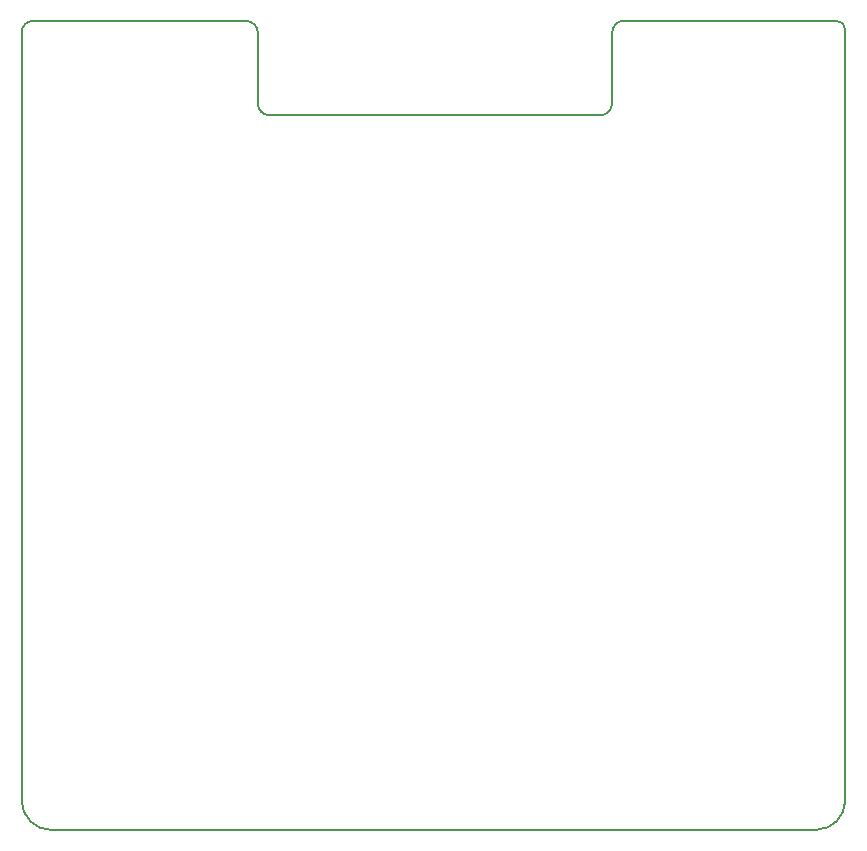
<source format=gbr>
G04 #@! TF.FileFunction,Profile,NP*
%FSLAX46Y46*%
G04 Gerber Fmt 4.6, Leading zero omitted, Abs format (unit mm)*
G04 Created by KiCad (PCBNEW 4.0.7) date Sat Mar 17 14:08:55 2018*
%MOMM*%
%LPD*%
G01*
G04 APERTURE LIST*
%ADD10C,0.100000*%
%ADD11C,0.150000*%
G04 APERTURE END LIST*
D10*
D11*
X199750000Y-63750000D02*
G75*
G03X199000000Y-63000000I-750000J0D01*
G01*
X199750000Y-129000000D02*
X199750000Y-63750000D01*
X197250000Y-131500000D02*
G75*
G03X199750000Y-129000000I0J2500000D01*
G01*
X132500000Y-131500000D02*
X197250000Y-131500000D01*
X130000000Y-129000000D02*
G75*
G03X132500000Y-131500000I2500000J0D01*
G01*
X130000000Y-129000000D02*
X130000000Y-64000000D01*
X181000000Y-63000000D02*
G75*
G03X180000000Y-64000000I0J-1000000D01*
G01*
X179000000Y-71000000D02*
G75*
G03X180000000Y-70000000I0J1000000D01*
G01*
X150000000Y-70000000D02*
G75*
G03X151000000Y-71000000I1000000J0D01*
G01*
X150000000Y-64000000D02*
G75*
G03X149000000Y-63000000I-1000000J0D01*
G01*
X131000000Y-63000000D02*
G75*
G03X130000000Y-64000000I0J-1000000D01*
G01*
X179000000Y-71000000D02*
X151000000Y-71000000D01*
X180000000Y-64000000D02*
X180000000Y-70000000D01*
X199000000Y-63000000D02*
X181000000Y-63000000D01*
X150000000Y-64000000D02*
X150000000Y-70000000D01*
X131000000Y-63000000D02*
X149000000Y-63000000D01*
M02*

</source>
